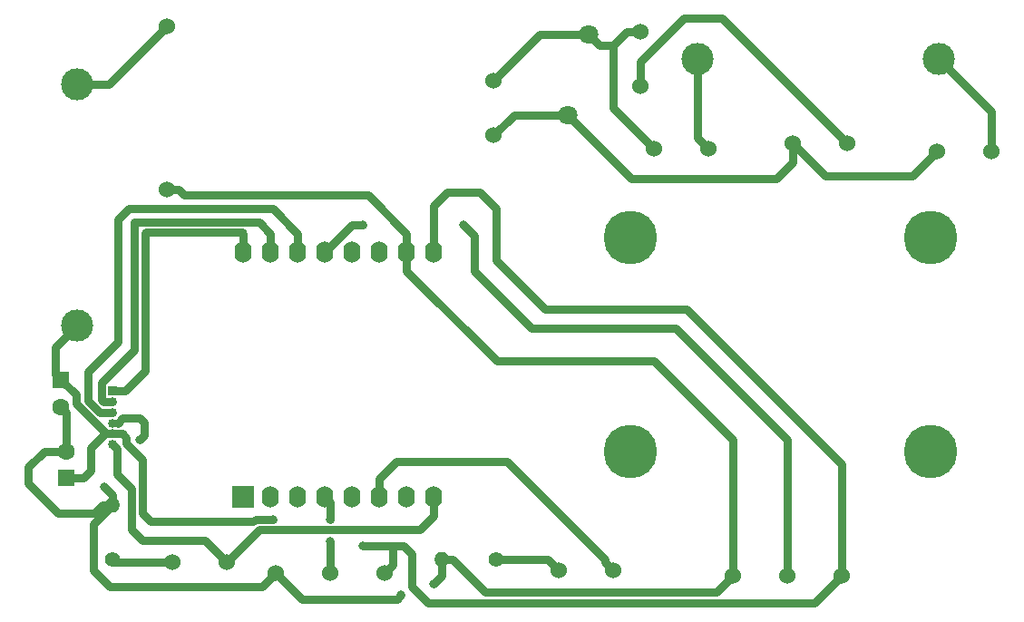
<source format=gbr>
G04 #@! TF.GenerationSoftware,KiCad,Pcbnew,5.1.5+dfsg1-2build2*
G04 #@! TF.CreationDate,2020-05-08T19:42:09+02:00*
G04 #@! TF.ProjectId,sm,736d2e6b-6963-4616-945f-706362585858,rev?*
G04 #@! TF.SameCoordinates,Original*
G04 #@! TF.FileFunction,Copper,L2,Bot*
G04 #@! TF.FilePolarity,Positive*
%FSLAX46Y46*%
G04 Gerber Fmt 4.6, Leading zero omitted, Abs format (unit mm)*
G04 Created by KiCad (PCBNEW 5.1.5+dfsg1-2build2) date 2020-05-08 19:42:09*
%MOMM*%
%LPD*%
G04 APERTURE LIST*
%ADD10C,5.000000*%
%ADD11O,0.850000X0.850000*%
%ADD12R,0.850000X0.850000*%
%ADD13C,1.524000*%
%ADD14O,1.600000X2.000000*%
%ADD15R,2.000000X2.000000*%
%ADD16C,1.800000*%
%ADD17O,1.400000X1.400000*%
%ADD18C,1.400000*%
%ADD19C,3.000000*%
%ADD20C,1.600000*%
%ADD21R,1.600000X1.600000*%
%ADD22C,0.800000*%
%ADD23C,0.750000*%
G04 APERTURE END LIST*
D10*
X185000000Y-105000000D03*
X213000000Y-105000000D03*
X213000000Y-85000000D03*
X185000000Y-85000000D03*
D11*
X136652000Y-104314000D03*
X136652000Y-103314000D03*
X136652000Y-102314000D03*
X136652000Y-101314000D03*
X136652000Y-100314000D03*
D12*
X136652000Y-99314000D03*
D13*
X172212000Y-70358000D03*
X172212000Y-75438000D03*
X141732000Y-80518000D03*
X141732000Y-65278000D03*
D14*
X148844000Y-86360000D03*
X151384000Y-86360000D03*
X153924000Y-86360000D03*
X156464000Y-86360000D03*
X159004000Y-86360000D03*
X161544000Y-86360000D03*
X164084000Y-86360000D03*
X166624000Y-86360000D03*
X166624000Y-109220000D03*
X164084000Y-109220000D03*
X161544000Y-109220000D03*
X159004000Y-109220000D03*
X156464000Y-109220000D03*
X153924000Y-109220000D03*
D15*
X148844000Y-109220000D03*
D14*
X151384000Y-109220000D03*
D16*
X179102000Y-73540000D03*
X181102000Y-66040000D03*
D17*
X136652000Y-109982000D03*
D18*
X136652000Y-115062000D03*
D17*
X167386000Y-115062000D03*
D18*
X172466000Y-115062000D03*
D13*
X192278000Y-76708000D03*
X187198000Y-76708000D03*
X162052000Y-116332000D03*
X156972000Y-116332000D03*
X151892000Y-116332000D03*
X142240000Y-115316000D03*
X147320000Y-115316000D03*
X178308000Y-116078000D03*
X183388000Y-116078000D03*
X204724000Y-116586000D03*
X199644000Y-116586000D03*
X194564000Y-116586000D03*
X200152000Y-76200000D03*
X205232000Y-76200000D03*
X213614000Y-76962000D03*
X218694000Y-76962000D03*
X185928000Y-70866000D03*
X185928000Y-65786000D03*
D19*
X133350000Y-70718000D03*
X133350000Y-93218000D03*
X213762000Y-68326000D03*
X191262000Y-68326000D03*
D20*
X131826000Y-100798000D03*
D21*
X131826000Y-98298000D03*
D20*
X132334000Y-104942000D03*
D21*
X132334000Y-107442000D03*
D22*
X156972000Y-113325000D03*
X156972000Y-111293000D03*
X166624000Y-117348000D03*
X163576000Y-118364000D03*
X135890000Y-108230051D03*
X139192000Y-103886000D03*
X160020000Y-113792000D03*
X151638000Y-111292990D03*
X169418000Y-83820000D03*
X160020000Y-83820000D03*
D23*
X191262000Y-75692000D02*
X192278000Y-76708000D01*
X191262000Y-68326000D02*
X191262000Y-75692000D01*
X136292000Y-70718000D02*
X141732000Y-65278000D01*
X133350000Y-70718000D02*
X136292000Y-70718000D01*
X177292000Y-115062000D02*
X178308000Y-116078000D01*
X172466000Y-115062000D02*
X177292000Y-115062000D01*
X182626001Y-115316001D02*
X182626001Y-115062001D01*
X183388000Y-116078000D02*
X182626001Y-115316001D01*
X182626001Y-115062001D02*
X173482000Y-105918000D01*
X161544000Y-107470000D02*
X161544000Y-109220000D01*
X163096000Y-105918000D02*
X161544000Y-107470000D01*
X173482000Y-105918000D02*
X163096000Y-105918000D01*
X136906000Y-115316000D02*
X136652000Y-115062000D01*
X142240000Y-115316000D02*
X136906000Y-115316000D01*
X156972000Y-113538000D02*
X156972000Y-113325000D01*
X156972000Y-116332000D02*
X156972000Y-113538000D01*
X156972000Y-109728000D02*
X156464000Y-109220000D01*
X156972000Y-111293000D02*
X156972000Y-109728000D01*
X142809630Y-80518000D02*
X143317630Y-81026000D01*
X141732000Y-80518000D02*
X142809630Y-80518000D01*
X164084000Y-84610000D02*
X164084000Y-86360000D01*
X160500000Y-81026000D02*
X164084000Y-84610000D01*
X143317630Y-81026000D02*
X160500000Y-81026000D01*
X164084000Y-88110000D02*
X172494000Y-96520000D01*
X164084000Y-86360000D02*
X164084000Y-88110000D01*
X172494000Y-96520000D02*
X187198000Y-96520000D01*
X194564000Y-103886000D02*
X194564000Y-116586000D01*
X187198000Y-96520000D02*
X194564000Y-103886000D01*
X168375949Y-115062000D02*
X171423949Y-118110000D01*
X167386000Y-115062000D02*
X168375949Y-115062000D01*
X193040000Y-118110000D02*
X194564000Y-116586000D01*
X171423949Y-118110000D02*
X193040000Y-118110000D01*
X167386000Y-115062000D02*
X167386000Y-116586000D01*
X167386000Y-116586000D02*
X166624000Y-117348000D01*
X136398000Y-117602000D02*
X134874000Y-116078000D01*
X134874000Y-111760000D02*
X136652000Y-109982000D01*
X134874000Y-116078000D02*
X134874000Y-111760000D01*
X131572000Y-110744000D02*
X128778000Y-107950000D01*
X130262000Y-104942000D02*
X132334000Y-104942000D01*
X128778000Y-106426000D02*
X130262000Y-104942000D01*
X134900051Y-110744000D02*
X131572000Y-110744000D01*
X135662051Y-109982000D02*
X134900051Y-110744000D01*
X128778000Y-107950000D02*
X128778000Y-106426000D01*
X136652000Y-109982000D02*
X135662051Y-109982000D01*
X132334000Y-101306000D02*
X131826000Y-100798000D01*
X132334000Y-104942000D02*
X132334000Y-101306000D01*
X150622000Y-117602000D02*
X151892000Y-116332000D01*
X149860000Y-117602000D02*
X150622000Y-117602000D01*
X150368000Y-117602000D02*
X149860000Y-117602000D01*
X149860000Y-117602000D02*
X136398000Y-117602000D01*
X154323999Y-118763999D02*
X151892000Y-116332000D01*
X163176001Y-118763999D02*
X154323999Y-118763999D01*
X163576000Y-118364000D02*
X163176001Y-118763999D01*
X136652000Y-108992051D02*
X135890000Y-108230051D01*
X136652000Y-109982000D02*
X136652000Y-108992051D01*
X139591999Y-103486001D02*
X139192000Y-103886000D01*
X139591999Y-102253999D02*
X139591999Y-103486001D01*
X139192000Y-101854000D02*
X139591999Y-102253999D01*
X137592002Y-101854000D02*
X139192000Y-101854000D01*
X137132002Y-102314000D02*
X137592002Y-101854000D01*
X190246000Y-91694000D02*
X204724000Y-106172000D01*
X177038000Y-91694000D02*
X190246000Y-91694000D01*
X204724000Y-106172000D02*
X204724000Y-116586000D01*
X172466000Y-82296000D02*
X172466000Y-87122000D01*
X170942000Y-80772000D02*
X172466000Y-82296000D01*
X166624000Y-82042000D02*
X167894000Y-80772000D01*
X172466000Y-87122000D02*
X177038000Y-91694000D01*
X167894000Y-80772000D02*
X170942000Y-80772000D01*
X166624000Y-86360000D02*
X166624000Y-82042000D01*
X131318000Y-97790000D02*
X131826000Y-98298000D01*
X131318000Y-95250000D02*
X131318000Y-97790000D01*
X133350000Y-93218000D02*
X131318000Y-95250000D01*
X133884000Y-107442000D02*
X134620000Y-106706000D01*
X132334000Y-107442000D02*
X133884000Y-107442000D01*
X134620000Y-106706000D02*
X134620000Y-104648000D01*
X135954000Y-103314000D02*
X136652000Y-103314000D01*
X134620000Y-104648000D02*
X135954000Y-103314000D01*
X133201001Y-99673001D02*
X131826000Y-98298000D01*
X133201001Y-100464041D02*
X133201001Y-99673001D01*
X136050960Y-103314000D02*
X133201001Y-100464041D01*
X136652000Y-103314000D02*
X136050960Y-103314000D01*
X164592000Y-114554000D02*
X163830000Y-113792000D01*
X166116000Y-119126000D02*
X164592000Y-117602000D01*
X202184000Y-119126000D02*
X166116000Y-119126000D01*
X164592000Y-117602000D02*
X164592000Y-114554000D01*
X204724000Y-116586000D02*
X202184000Y-119126000D01*
X162052000Y-116332000D02*
X162813999Y-115570001D01*
X162813999Y-113792001D02*
X162814000Y-113792000D01*
X162813999Y-115570001D02*
X162813999Y-113792001D01*
X162814000Y-113792000D02*
X160020000Y-113792000D01*
X163830000Y-113792000D02*
X162814000Y-113792000D01*
X137523039Y-103314000D02*
X136652000Y-103314000D01*
X137922000Y-103712961D02*
X137523039Y-103314000D01*
X137922000Y-104240483D02*
X137922000Y-103712961D01*
X139446000Y-105764483D02*
X137922000Y-104240483D01*
X140208000Y-111506000D02*
X139446000Y-110744000D01*
X139446000Y-110744000D02*
X139446000Y-105764483D01*
X149786482Y-111506000D02*
X140208000Y-111506000D01*
X149999492Y-111292990D02*
X149786482Y-111506000D01*
X151638000Y-111292990D02*
X149999492Y-111292990D01*
X218694000Y-73258000D02*
X213762000Y-68326000D01*
X218694000Y-76962000D02*
X218694000Y-73258000D01*
X205232000Y-76200000D02*
X193548000Y-64516000D01*
X193548000Y-64516000D02*
X189992000Y-64516000D01*
X185928000Y-68580000D02*
X185928000Y-70866000D01*
X189992000Y-64516000D02*
X185928000Y-68580000D01*
X185928000Y-65786000D02*
X184658000Y-65786000D01*
X184658000Y-65786000D02*
X183388000Y-67056000D01*
X183388000Y-72898000D02*
X187198000Y-76708000D01*
X183388000Y-67056000D02*
X183388000Y-72898000D01*
X182118000Y-67056000D02*
X183388000Y-67056000D01*
X181102000Y-66040000D02*
X182118000Y-67056000D01*
X176530000Y-66040000D02*
X172212000Y-70358000D01*
X181102000Y-66040000D02*
X176530000Y-66040000D01*
X203200000Y-79248000D02*
X200152000Y-76200000D01*
X211328000Y-79248000D02*
X203200000Y-79248000D01*
X213614000Y-76962000D02*
X211328000Y-79248000D01*
X185064000Y-79502000D02*
X179102000Y-73540000D01*
X198628000Y-79502000D02*
X185064000Y-79502000D01*
X200152000Y-77978000D02*
X198628000Y-79502000D01*
X200152000Y-76200000D02*
X200152000Y-77978000D01*
X174110000Y-73540000D02*
X172212000Y-75438000D01*
X179102000Y-73540000D02*
X174110000Y-73540000D01*
X199644000Y-116586000D02*
X199644000Y-103886000D01*
X199644000Y-103886000D02*
X189230000Y-93472000D01*
X189230000Y-93472000D02*
X175768000Y-93472000D01*
X175768000Y-93472000D02*
X170434000Y-88138000D01*
X170434000Y-88138000D02*
X170434000Y-85852000D01*
X170434000Y-85852000D02*
X170434000Y-84836000D01*
X170434000Y-84836000D02*
X169418000Y-83820000D01*
X159004000Y-83820000D02*
X156464000Y-86360000D01*
X160020000Y-83820000D02*
X159004000Y-83820000D01*
X145288000Y-113284000D02*
X147320000Y-115316000D01*
X139446000Y-113284000D02*
X145288000Y-113284000D01*
X138430000Y-112268000D02*
X139446000Y-113284000D01*
X138430000Y-108458000D02*
X138430000Y-112268000D01*
X137076999Y-107104999D02*
X138430000Y-108458000D01*
X137076999Y-104738999D02*
X137076999Y-107104999D01*
X136652000Y-104314000D02*
X137076999Y-104738999D01*
X166624000Y-110970000D02*
X166624000Y-109220000D01*
X147320000Y-115316000D02*
X150368000Y-112268000D01*
X165326000Y-112268000D02*
X166624000Y-110970000D01*
X150368000Y-112268000D02*
X165326000Y-112268000D01*
X137827000Y-99314000D02*
X136652000Y-99314000D01*
X139700000Y-84582000D02*
X139700000Y-97441000D01*
X139765989Y-84516011D02*
X139700000Y-84582000D01*
X148750011Y-84516011D02*
X139765989Y-84516011D01*
X148844000Y-84610000D02*
X148750011Y-84516011D01*
X148844000Y-86360000D02*
X148844000Y-84610000D01*
X139700000Y-97441000D02*
X137827000Y-99314000D01*
X151384000Y-84610000D02*
X151384000Y-86360000D01*
X150340000Y-83566000D02*
X151384000Y-84610000D01*
X138684000Y-83566000D02*
X150340000Y-83566000D01*
X138684000Y-95504000D02*
X138684000Y-83566000D01*
X135636000Y-98552000D02*
X138684000Y-95504000D01*
X135636000Y-100183002D02*
X135636000Y-98552000D01*
X135766999Y-100314001D02*
X135636000Y-100183002D01*
X136652000Y-100314000D02*
X135766999Y-100314001D01*
X153924000Y-84610000D02*
X153924000Y-86360000D01*
X138176000Y-82296000D02*
X151610000Y-82296000D01*
X151610000Y-82296000D02*
X153924000Y-84610000D01*
X137160000Y-83312000D02*
X138176000Y-82296000D01*
X134366000Y-97536000D02*
X137160000Y-94742000D01*
X134366000Y-100256518D02*
X134366000Y-97536000D01*
X135423482Y-101314000D02*
X134366000Y-100256518D01*
X137160000Y-94742000D02*
X137160000Y-83312000D01*
X136652000Y-101314000D02*
X135423482Y-101314000D01*
M02*

</source>
